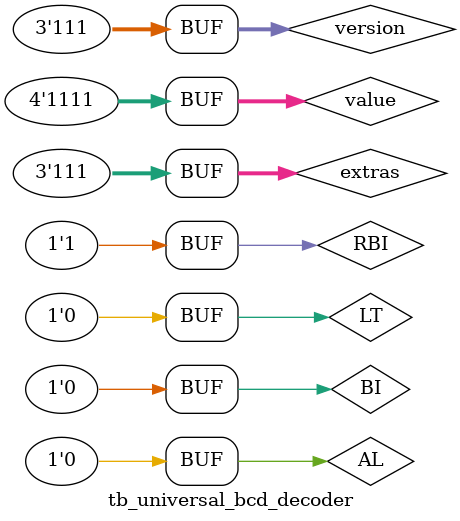
<source format=v>
module tb_universal_bcd_decoder;

	wire RBO;
	wire [6:0] data;

	reg RBI, BI, LT, AL;
	reg [2:0] version;
	reg [2:0] extras;
	reg [3:0] value;

	universal_bcd_decoder ubcd(
		RBI, BI, LT, AL,
		version[0], version[1], version[2],
		extras[0], extras[1], extras[2],
		value[0], value[1], value[2], value[3],
		RBO, data[0], data[1], data[2], data[3], data[4], data[5], data[6]
	);

	initial begin
		RBI = 1; BI = 1; LT = 1; AL = 1;

		version = 0; extras = 0;
		value = 0; #100; if (data == 7'h3F) $display("PASS 0"); else $display("FAIL 0");
		value = 1; #100; if (data == 7'h06) $display("PASS 1"); else $display("FAIL 1");
		value = 2; #100; if (data == 7'h5B) $display("PASS 2"); else $display("FAIL 2");
		value = 3; #100; if (data == 7'h4F) $display("PASS 3"); else $display("FAIL 3");
		value = 4; #100; if (data == 7'h66) $display("PASS 4"); else $display("FAIL 4");
		value = 5; #100; if (data == 7'h6D) $display("PASS 5"); else $display("FAIL 5");
		value = 6; #100; if (data == 7'h7C) $display("PASS 6"); else $display("FAIL 6");
		value = 7; #100; if (data == 7'h07) $display("PASS 7"); else $display("FAIL 7");
		value = 8; #100; if (data == 7'h7F) $display("PASS 8"); else $display("FAIL 8");
		value = 9; #100; if (data == 7'h67) $display("PASS 9"); else $display("FAIL 9");
		value = 10; #100; if (data == 7'h00) $display("PASS 10"); else $display("FAIL 10");
		value = 11; #100; if (data == 7'h00) $display("PASS 11"); else $display("FAIL 11");
		value = 12; #100; if (data == 7'h00) $display("PASS 12"); else $display("FAIL 12");
		value = 13; #100; if (data == 7'h00) $display("PASS 13"); else $display("FAIL 13");
		value = 14; #100; if (data == 7'h00) $display("PASS 14"); else $display("FAIL 14");
		value = 15; #100; if (data == 7'h00) $display("PASS 15"); else $display("FAIL 15");

		version = 1; extras = 1;
		value = 0; #100; if (data == 7'h3F) $display("PASS 0"); else $display("FAIL 0");
		value = 1; #100; if (data == 7'h06) $display("PASS 1"); else $display("FAIL 1");
		value = 2; #100; if (data == 7'h5B) $display("PASS 2"); else $display("FAIL 2");
		value = 3; #100; if (data == 7'h4F) $display("PASS 3"); else $display("FAIL 3");
		value = 4; #100; if (data == 7'h66) $display("PASS 4"); else $display("FAIL 4");
		value = 5; #100; if (data == 7'h6D) $display("PASS 5"); else $display("FAIL 5");
		value = 6; #100; if (data == 7'h7D) $display("PASS 6"); else $display("FAIL 6");
		value = 7; #100; if (data == 7'h07) $display("PASS 7"); else $display("FAIL 7");
		value = 8; #100; if (data == 7'h7F) $display("PASS 8"); else $display("FAIL 8");
		value = 9; #100; if (data == 7'h67) $display("PASS 9"); else $display("FAIL 9");
		value = 10; #100; if (data == 7'h58) $display("PASS 10"); else $display("FAIL 10");
		value = 11; #100; if (data == 7'h4C) $display("PASS 11"); else $display("FAIL 11");
		value = 12; #100; if (data == 7'h62) $display("PASS 12"); else $display("FAIL 12");
		value = 13; #100; if (data == 7'h69) $display("PASS 13"); else $display("FAIL 13");
		value = 14; #100; if (data == 7'h78) $display("PASS 14"); else $display("FAIL 14");
		value = 15; #100; if (data == 7'h00) $display("PASS 15"); else $display("FAIL 15");

		version = 2; extras = 2;
		value = 0; #100; if (data == 7'h3F) $display("PASS 0"); else $display("FAIL 0");
		value = 1; #100; if (data == 7'h06) $display("PASS 1"); else $display("FAIL 1");
		value = 2; #100; if (data == 7'h5B) $display("PASS 2"); else $display("FAIL 2");
		value = 3; #100; if (data == 7'h4F) $display("PASS 3"); else $display("FAIL 3");
		value = 4; #100; if (data == 7'h66) $display("PASS 4"); else $display("FAIL 4");
		value = 5; #100; if (data == 7'h6D) $display("PASS 5"); else $display("FAIL 5");
		value = 6; #100; if (data == 7'h7C) $display("PASS 6"); else $display("FAIL 6");
		value = 7; #100; if (data == 7'h27) $display("PASS 7"); else $display("FAIL 7");
		value = 8; #100; if (data == 7'h7F) $display("PASS 8"); else $display("FAIL 8");
		value = 9; #100; if (data == 7'h67) $display("PASS 9"); else $display("FAIL 9");
		value = 10; #100; if (data == 7'h5C) $display("PASS 10"); else $display("FAIL 10");
		value = 11; #100; if (data == 7'h63) $display("PASS 11"); else $display("FAIL 11");
		value = 12; #100; if (data == 7'h01) $display("PASS 12"); else $display("FAIL 12");
		value = 13; #100; if (data == 7'h40) $display("PASS 13"); else $display("FAIL 13");
		value = 14; #100; if (data == 7'h08) $display("PASS 14"); else $display("FAIL 14");
		value = 15; #100; if (data == 7'h00) $display("PASS 15"); else $display("FAIL 15");

		version = 3; extras = 3;
		value = 0; #100; if (data == 7'h3F) $display("PASS 0"); else $display("FAIL 0");
		value = 1; #100; if (data == 7'h06) $display("PASS 1"); else $display("FAIL 1");
		value = 2; #100; if (data == 7'h5B) $display("PASS 2"); else $display("FAIL 2");
		value = 3; #100; if (data == 7'h4F) $display("PASS 3"); else $display("FAIL 3");
		value = 4; #100; if (data == 7'h66) $display("PASS 4"); else $display("FAIL 4");
		value = 5; #100; if (data == 7'h6D) $display("PASS 5"); else $display("FAIL 5");
		value = 6; #100; if (data == 7'h7D) $display("PASS 6"); else $display("FAIL 6");
		value = 7; #100; if (data == 7'h27) $display("PASS 7"); else $display("FAIL 7");
		value = 8; #100; if (data == 7'h7F) $display("PASS 8"); else $display("FAIL 8");
		value = 9; #100; if (data == 7'h67) $display("PASS 9"); else $display("FAIL 9");
		value = 10; #100; if (data == 7'h3F) $display("PASS 10"); else $display("FAIL 10");
		value = 11; #100; if (data == 7'h06) $display("PASS 11"); else $display("FAIL 11");
		value = 12; #100; if (data == 7'h5B) $display("PASS 12"); else $display("FAIL 12");
		value = 13; #100; if (data == 7'h4F) $display("PASS 13"); else $display("FAIL 13");
		value = 14; #100; if (data == 7'h66) $display("PASS 14"); else $display("FAIL 14");
		value = 15; #100; if (data == 7'h6D) $display("PASS 15"); else $display("FAIL 15");

		version = 4; extras = 4;
		value = 0; #100; if (data == 7'h3F) $display("PASS 0"); else $display("FAIL 0");
		value = 1; #100; if (data == 7'h06) $display("PASS 1"); else $display("FAIL 1");
		value = 2; #100; if (data == 7'h5B) $display("PASS 2"); else $display("FAIL 2");
		value = 3; #100; if (data == 7'h4F) $display("PASS 3"); else $display("FAIL 3");
		value = 4; #100; if (data == 7'h66) $display("PASS 4"); else $display("FAIL 4");
		value = 5; #100; if (data == 7'h6D) $display("PASS 5"); else $display("FAIL 5");
		value = 6; #100; if (data == 7'h7C) $display("PASS 6"); else $display("FAIL 6");
		value = 7; #100; if (data == 7'h07) $display("PASS 7"); else $display("FAIL 7");
		value = 8; #100; if (data == 7'h7F) $display("PASS 8"); else $display("FAIL 8");
		value = 9; #100; if (data == 7'h6F) $display("PASS 9"); else $display("FAIL 9");
		value = 10; #100; if (data == 7'h08) $display("PASS 10"); else $display("FAIL 10");
		value = 11; #100; if (data == 7'h48) $display("PASS 11"); else $display("FAIL 11");
		value = 12; #100; if (data == 7'h49) $display("PASS 12"); else $display("FAIL 12");
		value = 13; #100; if (data == 7'h41) $display("PASS 13"); else $display("FAIL 13");
		value = 14; #100; if (data == 7'h01) $display("PASS 14"); else $display("FAIL 14");
		value = 15; #100; if (data == 7'h00) $display("PASS 15"); else $display("FAIL 15");

		version = 5; extras = 5;
		value = 0; #100; if (data == 7'h3F) $display("PASS 0"); else $display("FAIL 0");
		value = 1; #100; if (data == 7'h06) $display("PASS 1"); else $display("FAIL 1");
		value = 2; #100; if (data == 7'h5B) $display("PASS 2"); else $display("FAIL 2");
		value = 3; #100; if (data == 7'h4F) $display("PASS 3"); else $display("FAIL 3");
		value = 4; #100; if (data == 7'h66) $display("PASS 4"); else $display("FAIL 4");
		value = 5; #100; if (data == 7'h6D) $display("PASS 5"); else $display("FAIL 5");
		value = 6; #100; if (data == 7'h7D) $display("PASS 6"); else $display("FAIL 6");
		value = 7; #100; if (data == 7'h07) $display("PASS 7"); else $display("FAIL 7");
		value = 8; #100; if (data == 7'h7F) $display("PASS 8"); else $display("FAIL 8");
		value = 9; #100; if (data == 7'h6F) $display("PASS 9"); else $display("FAIL 9");
		value = 10; #100; if (data == 7'h40) $display("PASS 10"); else $display("FAIL 10");
		value = 11; #100; if (data == 7'h38) $display("PASS 11"); else $display("FAIL 11");
		value = 12; #100; if (data == 7'h39) $display("PASS 12"); else $display("FAIL 12");
		value = 13; #100; if (data == 7'h31) $display("PASS 13"); else $display("FAIL 13");
		value = 14; #100; if (data == 7'h79) $display("PASS 14"); else $display("FAIL 14");
		value = 15; #100; if (data == 7'h00) $display("PASS 15"); else $display("FAIL 15");

		version = 6; extras = 6;
		value = 0; #100; if (data == 7'h3F) $display("PASS 0"); else $display("FAIL 0");
		value = 1; #100; if (data == 7'h06) $display("PASS 1"); else $display("FAIL 1");
		value = 2; #100; if (data == 7'h5B) $display("PASS 2"); else $display("FAIL 2");
		value = 3; #100; if (data == 7'h4F) $display("PASS 3"); else $display("FAIL 3");
		value = 4; #100; if (data == 7'h66) $display("PASS 4"); else $display("FAIL 4");
		value = 5; #100; if (data == 7'h6D) $display("PASS 5"); else $display("FAIL 5");
		value = 6; #100; if (data == 7'h7C) $display("PASS 6"); else $display("FAIL 6");
		value = 7; #100; if (data == 7'h27) $display("PASS 7"); else $display("FAIL 7");
		value = 8; #100; if (data == 7'h7F) $display("PASS 8"); else $display("FAIL 8");
		value = 9; #100; if (data == 7'h6F) $display("PASS 9"); else $display("FAIL 9");
		value = 10; #100; if (data == 7'h40) $display("PASS 10"); else $display("FAIL 10");
		value = 11; #100; if (data == 7'h79) $display("PASS 11"); else $display("FAIL 11");
		value = 12; #100; if (data == 7'h76) $display("PASS 12"); else $display("FAIL 12");
		value = 13; #100; if (data == 7'h38) $display("PASS 13"); else $display("FAIL 13");
		value = 14; #100; if (data == 7'h73) $display("PASS 14"); else $display("FAIL 14");
		value = 15; #100; if (data == 7'h00) $display("PASS 15"); else $display("FAIL 15");

		version = 7; extras = 7;
		value = 0; #100; if (data == 7'h3F) $display("PASS 0"); else $display("FAIL 0");
		value = 1; #100; if (data == 7'h06) $display("PASS 1"); else $display("FAIL 1");
		value = 2; #100; if (data == 7'h5B) $display("PASS 2"); else $display("FAIL 2");
		value = 3; #100; if (data == 7'h4F) $display("PASS 3"); else $display("FAIL 3");
		value = 4; #100; if (data == 7'h66) $display("PASS 4"); else $display("FAIL 4");
		value = 5; #100; if (data == 7'h6D) $display("PASS 5"); else $display("FAIL 5");
		value = 6; #100; if (data == 7'h7D) $display("PASS 6"); else $display("FAIL 6");
		value = 7; #100; if (data == 7'h27) $display("PASS 7"); else $display("FAIL 7");
		value = 8; #100; if (data == 7'h7F) $display("PASS 8"); else $display("FAIL 8");
		value = 9; #100; if (data == 7'h6F) $display("PASS 9"); else $display("FAIL 9");
		value = 10; #100; if (data == 7'h77) $display("PASS 10"); else $display("FAIL 10");
		value = 11; #100; if (data == 7'h7C) $display("PASS 11"); else $display("FAIL 11");
		value = 12; #100; if (data == 7'h39) $display("PASS 12"); else $display("FAIL 12");
		value = 13; #100; if (data == 7'h5E) $display("PASS 13"); else $display("FAIL 13");
		value = 14; #100; if (data == 7'h79) $display("PASS 14"); else $display("FAIL 14");
		value = 15; #100; if (data == 7'h71) $display("PASS 15"); else $display("FAIL 15");

		LT = 0; #100;
		if (data == 7'h7F) $display("PASS LT"); else $display("FAIL LT");

		AL = 0; #100;
		if (data == 7'h00) $display("PASS AL"); else $display("FAIL AL");

		BI = 0; #100;
		if (data == 7'h7F) $display("PASS BI"); else $display("FAIL BI");
	end

	initial begin
		$dumpfile("dump.vcd");
		$dumpvars;
	end

endmodule

</source>
